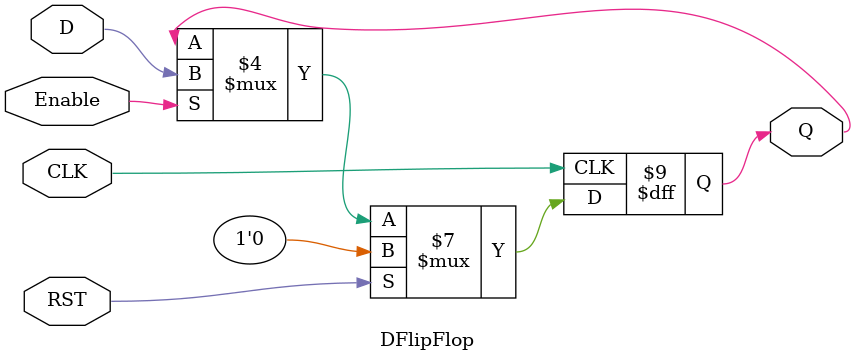
<source format=v>

module DFlipFlop(input D,
                 input CLK,
                 input RST,
		 input Enable,
                 output reg Q);
    
    always @(posedge CLK)
    begin
        if (RST == 1'b1)
            Q <= 1'b0;
        else if (Enable == 1)
            Q <= D;
    end
endmodule

</source>
